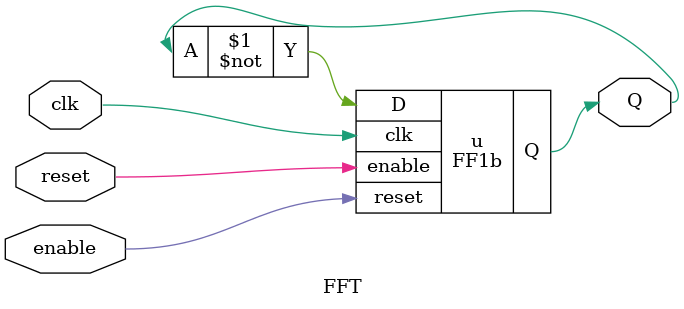
<source format=v>

module FF1b(
  input wire clk, enable, reset,
  input wire D,
  output reg Q);

  always @(posedge clk or posedge reset) begin
    if(reset)
      Q <= 0;
    else if(enable)
      Q <= D;
  end
endmodule

module FFT(
  input wire clk, reset, enable,
  output wire Q);

  FF1b u(clk, reset, enable, ~Q, Q);
endmodule

</source>
